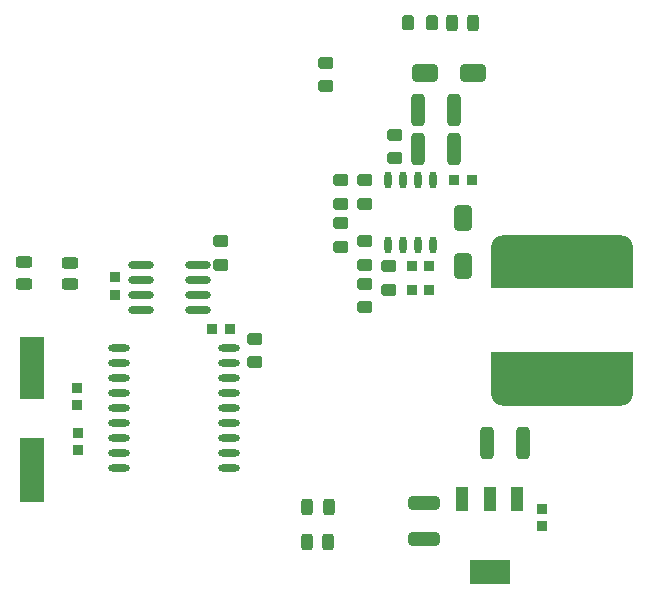
<source format=gtp>
G04*
G04 #@! TF.GenerationSoftware,Altium Limited,Altium Designer,18.0.12 (696)*
G04*
G04 Layer_Color=8421504*
%FSLAX44Y44*%
%MOMM*%
G71*
G01*
G75*
G04:AMPARAMS|DCode=18|XSize=2.7mm|YSize=1.15mm|CornerRadius=0.2875mm|HoleSize=0mm|Usage=FLASHONLY|Rotation=0.000|XOffset=0mm|YOffset=0mm|HoleType=Round|Shape=RoundedRectangle|*
%AMROUNDEDRECTD18*
21,1,2.7000,0.5750,0,0,0.0*
21,1,2.1250,1.1500,0,0,0.0*
1,1,0.5750,1.0625,-0.2875*
1,1,0.5750,-1.0625,-0.2875*
1,1,0.5750,-1.0625,0.2875*
1,1,0.5750,1.0625,0.2875*
%
%ADD18ROUNDEDRECTD18*%
%ADD19R,3.5000X2.1500*%
%ADD20R,1.1000X2.1500*%
%ADD21R,1.1000X2.1500*%
%ADD22O,2.2000X0.6000*%
%ADD23O,1.8500X0.6000*%
G04:AMPARAMS|DCode=24|XSize=1.27mm|YSize=0.95mm|CornerRadius=0.1425mm|HoleSize=0mm|Usage=FLASHONLY|Rotation=0.000|XOffset=0mm|YOffset=0mm|HoleType=Round|Shape=RoundedRectangle|*
%AMROUNDEDRECTD24*
21,1,1.2700,0.6650,0,0,0.0*
21,1,0.9850,0.9500,0,0,0.0*
1,1,0.2850,0.4925,-0.3325*
1,1,0.2850,-0.4925,-0.3325*
1,1,0.2850,-0.4925,0.3325*
1,1,0.2850,0.4925,0.3325*
%
%ADD24ROUNDEDRECTD24*%
%ADD25R,2.0320X5.4610*%
%ADD26R,2.0320X5.3340*%
G04:AMPARAMS|DCode=27|XSize=1.4mm|YSize=1mm|CornerRadius=0.25mm|HoleSize=0mm|Usage=FLASHONLY|Rotation=270.000|XOffset=0mm|YOffset=0mm|HoleType=Round|Shape=RoundedRectangle|*
%AMROUNDEDRECTD27*
21,1,1.4000,0.5000,0,0,270.0*
21,1,0.9000,1.0000,0,0,270.0*
1,1,0.5000,-0.2500,-0.4500*
1,1,0.5000,-0.2500,0.4500*
1,1,0.5000,0.2500,0.4500*
1,1,0.5000,0.2500,-0.4500*
%
%ADD27ROUNDEDRECTD27*%
G04:AMPARAMS|DCode=28|XSize=1.4mm|YSize=1mm|CornerRadius=0.25mm|HoleSize=0mm|Usage=FLASHONLY|Rotation=180.000|XOffset=0mm|YOffset=0mm|HoleType=Round|Shape=RoundedRectangle|*
%AMROUNDEDRECTD28*
21,1,1.4000,0.5000,0,0,180.0*
21,1,0.9000,1.0000,0,0,180.0*
1,1,0.5000,-0.4500,0.2500*
1,1,0.5000,0.4500,0.2500*
1,1,0.5000,0.4500,-0.2500*
1,1,0.5000,-0.4500,-0.2500*
%
%ADD28ROUNDEDRECTD28*%
G04:AMPARAMS|DCode=29|XSize=12mm|YSize=4mm|CornerRadius=1mm|HoleSize=0mm|Usage=FLASHONLY|Rotation=0.000|XOffset=0mm|YOffset=0mm|HoleType=Round|Shape=RoundedRectangle|*
%AMROUNDEDRECTD29*
21,1,12.0000,2.0000,0,0,0.0*
21,1,10.0000,4.0000,0,0,0.0*
1,1,2.0000,5.0000,-1.0000*
1,1,2.0000,-5.0000,-1.0000*
1,1,2.0000,-5.0000,1.0000*
1,1,2.0000,5.0000,1.0000*
%
%ADD29ROUNDEDRECTD29*%
%ADD30R,12.0000X1.9050*%
%ADD31O,0.6000X1.4500*%
G04:AMPARAMS|DCode=32|XSize=2.2mm|YSize=1.55mm|CornerRadius=0.3875mm|HoleSize=0mm|Usage=FLASHONLY|Rotation=0.000|XOffset=0mm|YOffset=0mm|HoleType=Round|Shape=RoundedRectangle|*
%AMROUNDEDRECTD32*
21,1,2.2000,0.7750,0,0,0.0*
21,1,1.4250,1.5500,0,0,0.0*
1,1,0.7750,0.7125,-0.3875*
1,1,0.7750,-0.7125,-0.3875*
1,1,0.7750,-0.7125,0.3875*
1,1,0.7750,0.7125,0.3875*
%
%ADD32ROUNDEDRECTD32*%
G04:AMPARAMS|DCode=33|XSize=2.7mm|YSize=1.15mm|CornerRadius=0.2875mm|HoleSize=0mm|Usage=FLASHONLY|Rotation=270.000|XOffset=0mm|YOffset=0mm|HoleType=Round|Shape=RoundedRectangle|*
%AMROUNDEDRECTD33*
21,1,2.7000,0.5750,0,0,270.0*
21,1,2.1250,1.1500,0,0,270.0*
1,1,0.5750,-0.2875,-1.0625*
1,1,0.5750,-0.2875,1.0625*
1,1,0.5750,0.2875,1.0625*
1,1,0.5750,0.2875,-1.0625*
%
%ADD33ROUNDEDRECTD33*%
G04:AMPARAMS|DCode=34|XSize=0.9mm|YSize=0.9mm|CornerRadius=0.135mm|HoleSize=0mm|Usage=FLASHONLY|Rotation=90.000|XOffset=0mm|YOffset=0mm|HoleType=Round|Shape=RoundedRectangle|*
%AMROUNDEDRECTD34*
21,1,0.9000,0.6300,0,0,90.0*
21,1,0.6300,0.9000,0,0,90.0*
1,1,0.2700,0.3150,0.3150*
1,1,0.2700,0.3150,-0.3150*
1,1,0.2700,-0.3150,-0.3150*
1,1,0.2700,-0.3150,0.3150*
%
%ADD34ROUNDEDRECTD34*%
G04:AMPARAMS|DCode=35|XSize=0.9mm|YSize=0.9mm|CornerRadius=0.135mm|HoleSize=0mm|Usage=FLASHONLY|Rotation=180.000|XOffset=0mm|YOffset=0mm|HoleType=Round|Shape=RoundedRectangle|*
%AMROUNDEDRECTD35*
21,1,0.9000,0.6300,0,0,180.0*
21,1,0.6300,0.9000,0,0,180.0*
1,1,0.2700,-0.3150,0.3150*
1,1,0.2700,0.3150,0.3150*
1,1,0.2700,0.3150,-0.3150*
1,1,0.2700,-0.3150,-0.3150*
%
%ADD35ROUNDEDRECTD35*%
G04:AMPARAMS|DCode=36|XSize=1.27mm|YSize=0.95mm|CornerRadius=0.1425mm|HoleSize=0mm|Usage=FLASHONLY|Rotation=270.000|XOffset=0mm|YOffset=0mm|HoleType=Round|Shape=RoundedRectangle|*
%AMROUNDEDRECTD36*
21,1,1.2700,0.6650,0,0,270.0*
21,1,0.9850,0.9500,0,0,270.0*
1,1,0.2850,-0.3325,-0.4925*
1,1,0.2850,-0.3325,0.4925*
1,1,0.2850,0.3325,0.4925*
1,1,0.2850,0.3325,-0.4925*
%
%ADD36ROUNDEDRECTD36*%
G04:AMPARAMS|DCode=37|XSize=2.2mm|YSize=1.55mm|CornerRadius=0.3875mm|HoleSize=0mm|Usage=FLASHONLY|Rotation=90.000|XOffset=0mm|YOffset=0mm|HoleType=Round|Shape=RoundedRectangle|*
%AMROUNDEDRECTD37*
21,1,2.2000,0.7750,0,0,90.0*
21,1,1.4250,1.5500,0,0,90.0*
1,1,0.7750,0.3875,0.7125*
1,1,0.7750,0.3875,-0.7125*
1,1,0.7750,-0.3875,-0.7125*
1,1,0.7750,-0.3875,0.7125*
%
%ADD37ROUNDEDRECTD37*%
D18*
X712500Y367522D02*
D03*
Y397522D02*
D03*
D19*
X767588Y339332D02*
D03*
D20*
X744588Y401332D02*
D03*
X790588D02*
D03*
D21*
X767588D02*
D03*
D22*
X520482Y561434D02*
D03*
Y574134D02*
D03*
Y586834D02*
D03*
Y599534D02*
D03*
X472482Y561434D02*
D03*
Y574134D02*
D03*
Y586834D02*
D03*
Y599534D02*
D03*
D23*
X547130Y427736D02*
D03*
Y440436D02*
D03*
Y453136D02*
D03*
Y465836D02*
D03*
Y478536D02*
D03*
Y491236D02*
D03*
Y503936D02*
D03*
Y516636D02*
D03*
Y529336D02*
D03*
X453630Y427736D02*
D03*
Y440436D02*
D03*
Y453136D02*
D03*
Y465836D02*
D03*
Y478536D02*
D03*
Y491236D02*
D03*
Y503936D02*
D03*
Y516636D02*
D03*
Y529336D02*
D03*
D24*
X540512Y619600D02*
D03*
Y599600D02*
D03*
X642112Y634840D02*
D03*
Y614840D02*
D03*
X662432Y619346D02*
D03*
Y599346D02*
D03*
X682244Y578518D02*
D03*
Y598518D02*
D03*
X662432Y583532D02*
D03*
Y563532D02*
D03*
X628904Y750730D02*
D03*
Y770730D02*
D03*
X662178Y651162D02*
D03*
Y671162D02*
D03*
X641604Y651162D02*
D03*
Y671162D02*
D03*
X687324Y689516D02*
D03*
Y709516D02*
D03*
X568960Y517050D02*
D03*
Y537050D02*
D03*
D25*
X380492Y425450D02*
D03*
D26*
Y511810D02*
D03*
D27*
X753982Y803910D02*
D03*
X735982D02*
D03*
X613046Y364490D02*
D03*
X631046D02*
D03*
X613300Y394208D02*
D03*
X631300D02*
D03*
D28*
X412750Y600820D02*
D03*
Y582820D02*
D03*
X373633Y601581D02*
D03*
Y583581D02*
D03*
D29*
X828802Y604012D02*
D03*
Y500634D02*
D03*
D30*
Y516128D02*
D03*
Y589280D02*
D03*
D31*
X681228Y616640D02*
D03*
X693928D02*
D03*
X706628D02*
D03*
X719328D02*
D03*
X681228Y671140D02*
D03*
X693928D02*
D03*
X706628D02*
D03*
X719328D02*
D03*
D32*
X753544Y761746D02*
D03*
X712544D02*
D03*
D33*
X737374Y730474D02*
D03*
X707374D02*
D03*
X765798Y448848D02*
D03*
X795798D02*
D03*
X737374Y697454D02*
D03*
X707374D02*
D03*
D34*
X548012Y545338D02*
D03*
X533012D02*
D03*
X716668Y598170D02*
D03*
X701668D02*
D03*
X716668Y578358D02*
D03*
X701668D02*
D03*
X737482Y671068D02*
D03*
X752482D02*
D03*
D35*
X811784Y378072D02*
D03*
Y393072D02*
D03*
X450596Y589160D02*
D03*
Y574160D02*
D03*
X418592Y495434D02*
D03*
Y480434D02*
D03*
X418846Y442334D02*
D03*
Y457334D02*
D03*
D36*
X718660Y804164D02*
D03*
X698660D02*
D03*
D37*
X745236Y639498D02*
D03*
Y598498D02*
D03*
M02*

</source>
